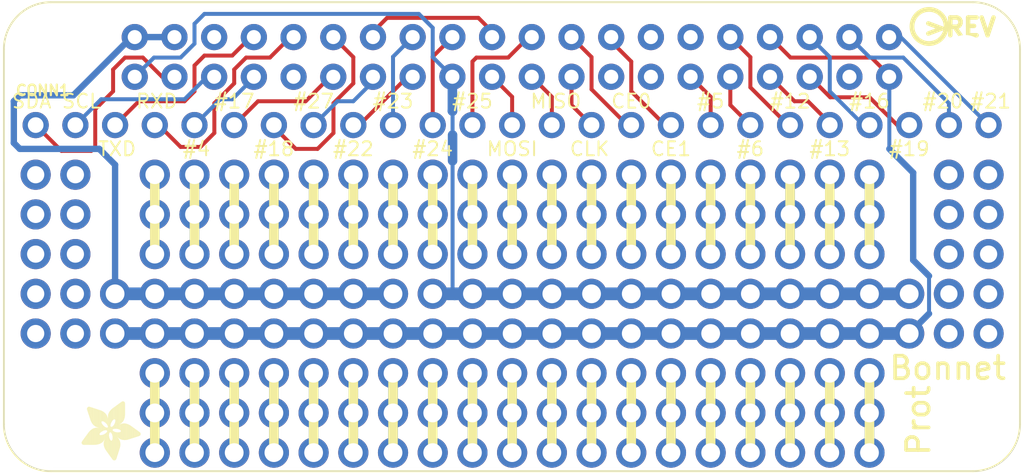
<source format=kicad_pcb>
(kicad_pcb (version 20211014) (generator pcbnew)
  (layers (0 "F.Cu" signal) (31 "B.Cu" signal) (34 "B.Paste" user) (35 "F.Paste" user) (36 "B.SilkS" user "B.Silkscreen") (37 "F.SilkS" user "F.Silkscreen") (38 "B.Mask" user) (39 "F.Mask" user) (44 "Edge.Cuts" user))
  (net 0 "")
  (net 1 "B19")
  (net 2 "B18")
  (net 3 "B17")
  (net 4 "B16")
  (net 5 "B15")
  (net 6 "B14")
  (net 7 "B12")
  (net 8 "B13")
  (net 9 "B11")
  (net 10 "B10")
  (net 11 "B8")
  (net 12 "B9")
  (net 13 "B7")
  (net 14 "B6")
  (net 15 "B5")
  (net 16 "B4")
  (net 17 "B2")
  (net 18 "B3")
  (net 19 "B1")
  (net 20 "5.0V")
  (net 21 "SDA")
  (net 22 "SCL")
  (net 23 "GPIO4")
  (net 24 "GPIO17")
  (net 25 "GPIO27")
  (net 26 "GPIO22")
  (net 27 "SPI_MOSI")
  (net 28 "SPI_MISO")
  (net 29 "SPI_SCLK")
  (net 30 "GPIO5")
  (net 31 "GPIO6")
  (net 32 "GPIO13")
  (net 33 "GPIO19")
  (net 34 "GPIO26")
  (net 35 "3.3V")
  (net 36 "GND")
  (net 37 "TXD")
  (net 38 "RXD")
  (net 39 "GPIO18")
  (net 40 "GPIO24")
  (net 41 "GPIO25")
  (net 42 "SPI_CE0")
  (net 43 "SPI_CE1")
  (net 44 "EECLK")
  (net 45 "GPIO16")
  (net 46 "GPIO20")
  (net 47 "GPIO21")
  (net 48 "GPIO23")
  (net 49 "EEDATA")
  (net 50 "GPIO12")
  (net 51 "A19")
  (net 52 "A18")
  (net 53 "A17")
  (net 54 "A16")
  (net 55 "A15")
  (net 56 "A14")
  (net 57 "A12")
  (net 58 "A13")
  (net 59 "A11")
  (net 60 "A10")
  (net 61 "A8")
  (net 62 "A9")
  (net 63 "A7")
  (net 64 "A6")
  (net 65 "A5")
  (net 66 "A4")
  (net 67 "A2")
  (net 68 "A3")
  (net 69 "A1")
  (net 70 "N$22")
  (net 71 "N$23")
  (net 72 "N$24")
  (net 73 "N$25")
  (net 74 "N$26")
  (net 75 "N$27")
  (net 76 "N$28")
  (net 77 "N$29")
  (net 78 "N$30")
  (net 79 "N$31")
  (net 80 "N$32")
  (net 81 "N$33")
  (net 82 "N$34")
  (net 83 "N$35")
  (net 84 "N$36")
  (net 85 "N$37")
  (net 86 "N$38")
  (net 87 "N$39")
  (net 88 "N$40")
  (net 89 "N$41")
  (footprint "boardEagle:PCBFEAT-REV-056" (layer "F.Cu") (at 175.182757 91.555271)
    (fp_text reference "U$3" hide)
    (fp_text value "" hide)
  )
  (footprint "boardEagle:ADAFRUIT_3.5MM" (layer "F.Cu") (at 120.953757 115.515271 -90)
    (fp_text reference "U$1" hide)
    (fp_text value "" hide)
  )
  (footprint "boardEagle:PI_BONNET_NODIM" (layer "F.Cu") (at 116.000757 120.003271)
    (fp_text reference "RPI1" hide)
    (fp_text value "RASPBERRYPI_BPLUS_BONNETNODIM" hide)
  )
  (footprint "boardEagle:1X25_ROUND_70MIL" (layer "F.Cu") (at 148.512757 97.862271)
    (fp_text reference "CONN1")
    (fp_text value "HEADER-1X25")
  )
  (gr_line (start 158.672757 101.037271) (end 158.672757 106.371271) (layer "F.SilkS") (width 0.6096))
  (gr_line (start 138.352757 113.737271) (end 138.352757 118.944271) (layer "F.SilkS") (width 0.6096))
  (gr_line (start 145.972757 113.737271) (end 145.972757 118.944271) (layer "F.SilkS") (width 0.6096))
  (gr_line (start 140.892757 101.037271) (end 140.892757 106.371271) (layer "F.SilkS") (width 0.6096))
  (gr_line (start 166.292757 113.737271) (end 166.292757 118.944271) (layer "F.SilkS") (width 0.6096))
  (gr_line (start 133.272757 101.037271) (end 133.272757 106.371271) (layer "F.SilkS") (width 0.6096))
  (gr_line (start 133.272757 113.737271) (end 133.272757 118.944271) (layer "F.SilkS") (width 0.6096))
  (gr_line (start 135.812757 113.737271) (end 135.812757 118.944271) (layer "F.SilkS") (width 0.6096))
  (gr_line (start 171.372757 113.737271) (end 171.372757 118.944271) (layer "F.SilkS") (width 0.6096))
  (gr_line (start 161.212757 113.737271) (end 161.212757 118.944271) (layer "F.SilkS") (width 0.6096))
  (gr_line (start 153.592757 101.037271) (end 153.592757 106.371271) (layer "F.SilkS") (width 0.6096))
  (gr_line (start 135.812757 101.037271) (end 135.812757 106.371271) (layer "F.SilkS") (width 0.6096))
  (gr_line (start 171.372757 101.037271) (end 171.372757 106.371271) (layer "F.SilkS") (width 0.6096))
  (gr_line (start 163.752757 101.037271) (end 163.752757 106.371271) (layer "F.SilkS") (width 0.6096))
  (gr_line (start 163.752757 113.737271) (end 163.752757 118.944271) (layer "F.SilkS") (width 0.6096))
  (gr_line (start 138.352757 101.037271) (end 138.352757 106.371271) (layer "F.SilkS") (width 0.6096))
  (gr_line (start 128.192757 101.037271) (end 128.192757 106.371271) (layer "F.SilkS") (width 0.6096))
  (gr_line (start 148.512757 113.737271) (end 148.512757 118.944271) (layer "F.SilkS") (width 0.6096))
  (gr_line (start 161.212757 101.037271) (end 161.212757 106.371271) (layer "F.SilkS") (width 0.6096))
  (gr_line (start 125.652757 113.737271) (end 125.652757 118.944271) (layer "F.SilkS") (width 0.6096))
  (gr_line (start 166.292757 101.037271) (end 166.292757 106.371271) (layer "F.SilkS") (width 0.6096))
  (gr_line (start 148.512757 101.037271) (end 148.512757 106.371271) (layer "F.SilkS") (width 0.6096))
  (gr_line (start 140.892757 113.737271) (end 140.892757 118.944271) (layer "F.SilkS") (width 0.6096))
  (gr_line (start 156.132757 101.037271) (end 156.132757 106.371271) (layer "F.SilkS") (width 0.6096))
  (gr_line (start 158.672757 113.737271) (end 158.672757 118.944271) (layer "F.SilkS") (width 0.6096))
  (gr_line (start 128.192757 113.737271) (end 128.192757 118.944271) (layer "F.SilkS") (width 0.6096))
  (gr_line (start 151.052757 113.737271) (end 151.052757 118.944271) (layer "F.SilkS") (width 0.6096))
  (gr_line (start 151.052757 101.037271) (end 151.052757 106.371271) (layer "F.SilkS") (width 0.6096))
  (gr_line (start 145.972757 101.037271) (end 145.972757 106.371271) (layer "F.SilkS") (width 0.6096))
  (gr_line (start 143.432757 113.737271) (end 143.432757 118.944271) (layer "F.SilkS") (width 0.6096))
  (gr_line (start 125.652757 101.037271) (end 125.652757 106.371271) (layer "F.SilkS") (width 0.6096))
  (gr_line (start 153.592757 113.737271) (end 153.592757 118.944271) (layer "F.SilkS") (width 0.6096))
  (gr_line (start 130.732757 113.737271) (end 130.732757 118.944271) (layer "F.SilkS") (width 0.6096))
  (gr_line (start 168.832757 101.037271) (end 168.832757 106.371271) (layer "F.SilkS") (width 0.6096))
  (gr_line (start 130.732757 101.037271) (end 130.732757 106.371271) (layer "F.SilkS") (width 0.6096))
  (gr_line (start 143.432757 101.037271) (end 143.432757 106.371271) (layer "F.SilkS") (width 0.6096))
  (gr_line (start 168.832757 113.737271) (end 168.832757 118.944271) (layer "F.SilkS") (width 0.6096))
  (gr_line (start 156.132757 113.737271) (end 156.132757 118.944271) (layer "F.SilkS") (width 0.6096))
  (gr_line (start 116.000757 117.003271) (end 116.000757 101.503271) (layer "Edge.Cuts") (width 0.05))
  (gr_arc (start 181.000757 117.003271) (mid 180.185577 119.098289) (end 178.127757 120.003271) (layer "Edge.Cuts") (width 0.05))
  (gr_arc (start 116.000757 93.003271) (mid 116.879437 90.881951) (end 119.000757 90.003271) (layer "Edge.Cuts") (width 0.05))
  (gr_arc (start 178.000757 90.003271) (mid 180.122077 90.881951) (end 181.000757 93.003271) (layer "Edge.Cuts") (width 0.05))
  (gr_line (start 181.000757 117.003271) (end 181.000757 93.003271) (layer "Edge.Cuts") (width 0.05))
  (gr_line (start 116.000757 109.003271) (end 116.000757 93.003271) (layer "Edge.Cuts") (width 0.05))
  (gr_arc (start 119.127757 120.003271) (mid 116.942937 119.150894) (end 116.000757 117.003271) (layer "Edge.Cuts") (width 0.05))
  (gr_line (start 178.000757 90.003271) (end 119.000757 90.003271) (layer "Edge.Cuts") (width 0.05))
  (gr_line (start 119.127757 120.003271) (end 178.127757 120.003271) (layer "Edge.Cuts") (width 0.05))
  (gr_text "#18" (at 133.272757 99.386271) (layer "F.SilkS") (effects (font (size 0.89408 0.89408) (thickness 0.12192))))
  (gr_text "Prot" (at 173.658757 114.372271 90) (layer "F.SilkS") (effects (font (size 1.441704 1.441704) (thickness 0.234696)) (justify right top)))
  (gr_text "#19" (at 173.912757 99.386271) (layer "F.SilkS") (effects (font (size 0.89408 0.89408) (thickness 0.12192))))
  (gr_text "Bonnet" (at 172.515757 114.245271) (layer "F.SilkS") (effects (font (size 1.441704 1.441704) (thickness 0.234696)) (justify left bottom)))
  (gr_text "#27" (at 135.812757 96.338271) (layer "F.SilkS") (effects (font (size 0.89408 0.89408) (thickness 0.12192))))
  (gr_text "#21" (at 179.119757 96.338271) (layer "F.SilkS") (effects (font (size 0.89408 0.89408) (thickness 0.12192))))
  (gr_text "SDA" (at 117.778757 96.338271) (layer "F.SilkS") (effects (font (size 0.89408 0.89408) (thickness 0.12192))))
  (gr_text "MISO" (at 151.306757 96.338271) (layer "F.SilkS") (effects (font (size 0.89408 0.89408) (thickness 0.12192))))
  (gr_text "CE0" (at 156.132757 96.338271) (layer "F.SilkS") (effects (font (size 0.89408 0.89408) (thickness 0.12192))))
  (gr_text "MOSI" (at 148.512757 99.386271) (layer "F.SilkS") (effects (font (size 0.89408 0.89408) (thickness 0.12192))))
  (gr_text "#23" (at 140.892757 96.338271) (layer "F.SilkS") (effects (font (size 0.89408 0.89408) (thickness 0.12192))))
  (gr_text "SCL" (at 120.953757 96.338271) (layer "F.SilkS") (effects (font (size 0.89408 0.89408) (thickness 0.12192))))
  (gr_text "CE1" (at 158.672757 99.386271) (layer "F.SilkS") (effects (font (size 0.89408 0.89408) (thickness 0.12192))))
  (gr_text "#22" (at 138.352757 99.386271) (layer "F.SilkS") (effects (font (size 0.89408 0.89408) (thickness 0.12192))))
  (gr_text "#24" (at 143.432757 99.386271) (layer "F.SilkS") (effects (font (size 0.89408 0.89408) (thickness 0.12192))))
  (gr_text "CLK" (at 153.465757 99.386271) (layer "F.SilkS") (effects (font (size 0.89408 0.89408) (thickness 0.12192))))
  (gr_text "#17" (at 130.732757 96.338271) (layer "F.SilkS") (effects (font (size 0.89408 0.89408) (thickness 0.12192))))
  (gr_text "#20" (at 176.071757 96.338271) (layer "F.SilkS") (effects (font (size 0.89408 0.89408) (thickness 0.12192))))
  (gr_text "TXD" (at 123.239757 99.386271) (layer "F.SilkS") (effects (font (size 0.89408 0.89408) (thickness 0.12192))))
  (gr_text "RXD" (at 125.779757 96.338271) (layer "F.SilkS") (effects (font (size 0.89408 0.89408) (thickness 0.12192))))
  (gr_text "#16" (at 171.372757 96.338271) (layer "F.SilkS") (effects (font (size 0.89408 0.89408) (thickness 0.12192))))
  (gr_text "#25" (at 145.972757 96.338271) (layer "F.SilkS") (effects (font (size 0.89408 0.89408) (thickness 0.12192))))
  (gr_text "#12" (at 166.292757 96.338271) (layer "F.SilkS") (effects (font (size 0.89408 0.89408) (thickness 0.12192))))
  (gr_text "#13" (at 168.832757 99.386271) (layer "F.SilkS") (effects (font (size 0.89408 0.89408) (thickness 0.12192))))
  (gr_text "#6" (at 163.752757 99.386271) (layer "F.SilkS") (effects (font (size 0.89408 0.89408) (thickness 0.12192))))
  (gr_text "#4" (at 128.319757 99.386271) (layer "F.SilkS") (effects (font (size 0.89408 0.89408) (thickness 0.12192))))
  (gr_text "#5" (at 161.212757 96.338271) (layer "F.SilkS") (effects (font (size 0.89408 0.89408) (thickness 0.12192))))
  (via (at 171.372757 113.737271) (size 1.9304) (drill 1.2) (layers "F.Cu" "B.Cu") (net 1))
  (via (at 171.372757 118.817271) (size 1.9304) (drill 1.2) (layers "F.Cu" "B.Cu") (net 1))
  (via (at 171.372757 116.277271) (size 1.9304) (drill 1.2) (layers "F.Cu" "B.Cu") (net 1))
  (segment (start 171.372757 116.277271) (end 171.372757 118.817271) (width 0.6096) (layer "B.Cu") (net 1))
  (segment (start 171.372757 113.737271) (end 171.372757 116.277271) (width 0.6096) (layer "B.Cu") (net 1))
  (via (at 168.832757 113.737271) (size 1.9304) (drill 1.2) (layers "F.Cu" "B.Cu") (net 2))
  (via (at 168.832757 116.277271) (size 1.9304) (drill 1.2) (layers "F.Cu" "B.Cu") (net 2))
  (via (at 168.832757 118.817271) (size 1.9304) (drill 1.2) (layers "F.Cu" "B.Cu") (net 2))
  (segment (start 168.832757 116.277271) (end 168.832757 118.817271) (width 0.6096) (layer "B.Cu") (net 2))
  (segment (start 168.832757 113.737271) (end 168.832757 116.277271) (width 0.6096) (layer "B.Cu") (net 2))
  (via (at 166.292757 116.277271) (size 1.9304) (drill 1.2) (layers "F.Cu" "B.Cu") (net 3))
  (via (at 166.292757 118.817271) (size 1.9304) (drill 1.2) (layers "F.Cu" "B.Cu") (net 3))
  (via (at 166.292757 113.737271) (size 1.9304) (drill 1.2) (layers "F.Cu" "B.Cu") (net 3))
  (segment (start 166.292757 113.737271) (end 166.292757 116.277271) (width 0.6096) (layer "B.Cu") (net 3))
  (segment (start 166.292757 116.277271) (end 166.292757 118.817271) (width 0.6096) (layer "B.Cu") (net 3))
  (via (at 163.752757 113.737271) (size 1.9304) (drill 1.2) (layers "F.Cu" "B.Cu") (net 4))
  (via (at 163.752757 116.277271) (size 1.9304) (drill 1.2) (layers "F.Cu" "B.Cu") (net 4))
  (via (at 163.752757 118.817271) (size 1.9304) (drill 1.2) (layers "F.Cu" "B.Cu") (net 4))
  (segment (start 163.752757 113.737271) (end 163.752757 116.277271) (width 0.6096) (layer "B.Cu") (net 4))
  (segment (start 163.752757 116.277271) (end 163.752757 118.817271) (width 0.6096) (layer "B.Cu") (net 4))
  (via (at 161.212757 118.817271) (size 1.9304) (drill 1.2) (layers "F.Cu" "B.Cu") (net 5))
  (via (at 161.212757 113.737271) (size 1.9304) (drill 1.2) (layers "F.Cu" "B.Cu") (net 5))
  (via (at 161.212757 116.277271) (size 1.9304) (drill 1.2) (layers "F.Cu" "B.Cu") (net 5))
  (segment (start 161.212757 113.737271) (end 161.212757 116.277271) (width 0.6096) (layer "B.Cu") (net 5))
  (segment (start 161.212757 116.277271) (end 161.212757 118.817271) (width 0.6096) (layer "B.Cu") (net 5))
  (via (at 158.672757 116.277271) (size 1.9304) (drill 1.2) (layers "F.Cu" "B.Cu") (net 6))
  (via (at 158.672757 118.817271) (size 1.9304) (drill 1.2) (layers "F.Cu" "B.Cu") (net 6))
  (via (at 158.672757 113.737271) (size 1.9304) (drill 1.2) (layers "F.Cu" "B.Cu") (net 6))
  (segment (start 158.672757 113.737271) (end 158.672757 116.277271) (width 0.6096) (layer "B.Cu") (net 6))
  (segment (start 158.672757 116.277271) (end 158.672757 118.817271) (width 0.6096) (layer "B.Cu") (net 6))
  (via (at 153.592757 113.737271) (size 1.9304) (drill 1.2) (layers "F.Cu" "B.Cu") (net 7))
  (via (at 153.592757 118.817271) (size 1.9304) (drill 1.2) (layers "F.Cu" "B.Cu") (net 7))
  (via (at 153.592757 116.277271) (size 1.9304) (drill 1.2) (layers "F.Cu" "B.Cu") (net 7))
  (segment (start 153.592757 113.737271) (end 153.592757 116.277271) (width 0.6096) (layer "B.Cu") (net 7))
  (segment (start 153.592757 116.277271) (end 153.592757 118.817271) (width 0.6096) (layer "B.Cu") (net 7))
  (via (at 156.132757 118.817271) (size 1.9304) (drill 1.2) (layers "F.Cu" "B.Cu") (net 8))
  (via (at 156.132757 116.277271) (size 1.9304) (drill 1.2) (layers "F.Cu" "B.Cu") (net 8))
  (via (at 156.132757 113.737271) (size 1.9304) (drill 1.2) (layers "F.Cu" "B.Cu") (net 8))
  (segment (start 156.132757 116.277271) (end 156.132757 118.817271) (width 0.6096) (layer "B.Cu") (net 8))
  (segment (start 156.132757 113.737271) (end 156.132757 116.277271) (width 0.6096) (layer "B.Cu") (net 8))
  (via (at 151.052757 116.277271) (size 1.9304) (drill 1.2) (layers "F.Cu" "B.Cu") (net 9))
  (via (at 151.052757 113.737271) (size 1.9304) (drill 1.2) (layers "F.Cu" "B.Cu") (net 9))
  (via (at 151.052757 118.817271) (size 1.9304) (drill 1.2) (layers "F.Cu" "B.Cu") (net 9))
  (segment (start 151.052757 116.277271) (end 151.052757 118.817271) (width 0.6096) (layer "B.Cu") (net 9))
  (segment (start 151.052757 113.737271) (end 151.052757 116.277271) (width 0.6096) (layer "B.Cu") (net 9))
  (via (at 148.512757 113.737271) (size 1.9304) (drill 1.2) (layers "F.Cu" "B.Cu") (net 10))
  (via (at 148.512757 116.277271) (size 1.9304) (drill 1.2) (layers "F.Cu" "B.Cu") (net 10))
  (via (at 148.512757 118.817271) (size 1.9304) (drill 1.2) (layers "F.Cu" "B.Cu") (net 10))
  (segment (start 148.512757 116.277271) (end 148.512757 118.817271) (width 0.6096) (layer "B.Cu") (net 10))
  (segment (start 148.512757 113.737271) (end 148.512757 116.277271) (width 0.6096) (layer "B.Cu") (net 10))
  (via (at 143.432757 116.277271) (size 1.9304) (drill 1.2) (layers "F.Cu" "B.Cu") (net 11))
  (via (at 143.432757 113.737271) (size 1.9304) (drill 1.2) (layers "F.Cu" "B.Cu") (net 11))
  (via (at 143.432757 118.817271) (size 1.9304) (drill 1.2) (layers "F.Cu" "B.Cu") (net 11))
  (segment (start 143.432757 116.277271) (end 143.432757 118.817271) (width 0.6096) (layer "B.Cu") (net 11))
  (segment (start 143.432757 113.737271) (end 143.432757 116.277271) (width 0.6096) (layer "B.Cu") (net 11))
  (via (at 145.972757 113.737271) (size 1.9304) (drill 1.2) (layers "F.Cu" "B.Cu") (net 12))
  (via (at 145.972757 118.817271) (size 1.9304) (drill 1.2) (layers "F.Cu" "B.Cu") (net 12))
  (via (at 145.972757 116.277271) (size 1.9304) (drill 1.2) (layers "F.Cu" "B.Cu") (net 12))
  (segment (start 145.972757 116.277271) (end 145.972757 118.817271) (width 0.6096) (layer "B.Cu") (net 12))
  (segment (start 145.972757 113.737271) (end 145.972757 116.277271) (width 0.6096) (layer "B.Cu") (net 12))
  (via (at 140.892757 113.737271) (size 1.9304) (drill 1.2) (layers "F.Cu" "B.Cu") (net 13))
  (via (at 140.892757 118.817271) (size 1.9304) (drill 1.2) (layers "F.Cu" "B.Cu") (net 13))
  (via (at 140.892757 116.277271) (size 1.9304) (drill 1.2) (layers "F.Cu" "B.Cu") (net 13))
  (segment (start 140.892757 116.277271) (end 140.892757 118.817271) (width 0.6096) (layer "B.Cu") (net 13))
  (segment (start 140.892757 113.737271) (end 140.892757 116.277271) (width 0.6096) (layer "B.Cu") (net 13))
  (via (at 138.352757 116.277271) (size 1.9304) (drill 1.2) (layers "F.Cu" "B.Cu") (net 14))
  (via (at 138.352757 113.737271) (size 1.9304) (drill 1.2) (layers "F.Cu" "B.Cu") (net 14))
  (via (at 138.352757 118.817271) (size 1.9304) (drill 1.2) (layers "F.Cu" "B.Cu") (net 14))
  (segment (start 138.352757 113.737271) (end 138.352757 116.277271) (width 0.6096) (layer "B.Cu") (net 14))
  (segment (start 138.352757 116.277271) (end 138.352757 118.817271) (width 0.6096) (layer "B.Cu") (net 14))
  (via (at 135.812757 113.737271) (size 1.9304) (drill 1.2) (layers "F.Cu" "B.Cu") (net 15))
  (via (at 135.812757 116.277271) (size 1.9304) (drill 1.2) (layers "F.Cu" "B.Cu") (net 15))
  (via (at 135.812757 118.817271) (size 1.9304) (drill 1.2) (layers "F.Cu" "B.Cu") (net 15))
  (segment (start 135.812757 113.737271) (end 135.812757 116.277271) (width 0.6096) (layer "B.Cu") (net 15))
  (segment (start 135.812757 116.277271) (end 135.812757 118.817271) (width 0.6096) (layer "B.Cu") (net 15))
  (via (at 133.272757 113.737271) (size 1.9304) (drill 1.2) (layers "F.Cu" "B.Cu") (net 16))
  (via (at 133.272757 118.817271) (size 1.9304) (drill 1.2) (layers "F.Cu" "B.Cu") (net 16))
  (via (at 133.272757 116.277271) (size 1.9304) (drill 1.2) (layers "F.Cu" "B.Cu") (net 16))
  (segment (start 133.272757 116.277271) (end 133.272757 118.817271) (width 0.6096) (layer "B.Cu") (net 16))
  (segment (start 133.272757 113.737271) (end 133.272757 116.277271) (width 0.6096) (layer "B.Cu") (net 16))
  (via (at 128.192757 118.817271) (size 1.9304) (drill 1.2) (layers "F.Cu" "B.Cu") (net 17))
  (via (at 128.192757 113.737271) (size 1.9304) (drill 1.2) (layers "F.Cu" "B.Cu") (net 17))
  (via (at 128.192757 116.277271) (size 1.9304) (drill 1.2) (layers "F.Cu" "B.Cu") (net 17))
  (segment (start 128.192757 116.277271) (end 128.192757 118.817271) (width 0.6096) (layer "B.Cu") (net 17))
  (segment (start 128.192757 113.737271) (end 128.192757 116.277271) (width 0.6096) (layer "B.Cu") (net 17))
  (via (at 130.732757 118.817271) (size 1.9304) (drill 1.2) (layers "F.Cu" "B.Cu") (net 18))
  (via (at 130.732757 116.277271) (size 1.9304) (drill 1.2) (layers "F.Cu" "B.Cu") (net 18))
  (via (at 130.732757 113.737271) (size 1.9304) (drill 1.2) (layers "F.Cu" "B.Cu") (net 18))
  (segment (start 130.732757 113.737271) (end 130.732757 116.277271) (width 0.6096) (layer "B.Cu") (net 18))
  (segment (start 130.732757 116.277271) (end 130.732757 118.817271) (width 0.6096) (layer "B.Cu") (net 18))
  (via (at 125.652757 118.817271) (size 1.9304) (drill 1.2) (layers "F.Cu" "B.Cu") (net 19))
  (via (at 125.652757 113.737271) (size 1.9304) (drill 1.2) (layers "F.Cu" "B.Cu") (net 19))
  (via (at 125.652757 116.277271) (size 1.9304) (drill 1.2) (layers "F.Cu" "B.Cu") (net 19))
  (segment (start 125.652757 113.737271) (end 125.652757 116.277271) (width 0.6096) (layer "B.Cu") (net 19))
  (segment (start 125.652757 116.277271) (end 125.652757 118.817271) (width 0.6096) (layer "B.Cu") (net 19))
  (via (at 133.272757 108.657271) (size 1.9304) (drill 1.2) (layers "F.Cu" "B.Cu") (net 20))
  (via (at 138.352757 108.657271) (size 1.9304) (drill 1.2) (layers "F.Cu" "B.Cu") (net 20))
  (via (at 130.732757 108.657271) (size 1.9304) (drill 1.2) (layers "F.Cu" "B.Cu") (net 20))
  (via (at 128.192757 108.657271) (size 1.9304) (drill 1.2) (layers "F.Cu" "B.Cu") (net 20))
  (via (at 125.652757 108.657271) (size 1.9304) (drill 1.2) (layers "F.Cu" "B.Cu") (net 20))
  (via (at 140.892757 108.657271) (size 1.9304) (drill 1.2) (layers "F.Cu" "B.Cu") (net 20))
  (via (at 135.812757 108.657271) (size 1.9304) (drill 1.2) (layers "F.Cu" "B.Cu") (net 20))
  (via (at 123.112757 108.657271) (size 1.9304) (drill 1.2) (layers "F.Cu" "B.Cu") (net 20))
  (segment (start 133.272757 108.657271) (end 135.812757 108.657271) (width 0.8128) (layer "B.Cu") (net 20))
  (segment (start 117.016757 99.386271) (end 116.635757 99.005271) (width 0.4064) (layer "B.Cu") (net 20))
  (segment (start 116.635757 99.005271) (end 116.635757 96.338271) (width 0.4064) (layer "B.Cu") (net 20))
  (segment (start 128.192757 108.657271) (end 130.732757 108.657271) (width 0.8128) (layer "B.Cu") (net 20))
  (segment (start 123.112757 108.657271) (end 125.652757 108.657271) (width 0.8128) (layer "B.Cu") (net 20))
  (segment (start 124.169757 92.233271) (end 124.370757 92.233271) (width 0.4064) (layer "B.Cu") (net 20))
  (segment (start 135.812757 108.657271) (end 138.352757 108.657271) (width 0.8128) (layer "B.Cu") (net 20))
  (segment (start 116.635757 96.338271) (end 117.016757 95.957271) (width 0.4064) (layer "B.Cu") (net 20))
  (segment (start 120.445757 95.957271) (end 124.169757 92.233271) (width 0.4064) (layer "B.Cu") (net 20))
  (segment (start 125.652757 108.657271) (end 128.192757 108.657271) (width 0.8128) (layer "B.Cu") (net 20))
  (segment (start 130.732757 108.657271) (end 133.272757 108.657271) (width 0.8128) (layer "B.Cu") (net 20))
  (segment (start 117.016757 95.957271) (end 120.445757 95.957271) (width 0.4064) (layer "B.Cu") (net 20))
  (segment (start 122.096757 99.386271) (end 117.016757 99.386271) (width 0.4064) (layer "B.Cu") (net 20))
  (segment (start 138.352757 108.657271) (end 140.892757 108.657271) (width 0.8128) (layer "B.Cu") (net 20))
  (segment (start 124.370757 92.233271) (end 126.910757 92.233271) (width 0.4064) (layer "B.Cu") (net 20))
  (segment (start 123.112757 100.402271) (end 122.096757 99.386271) (width 0.4064) (layer "B.Cu") (net 20))
  (segment (start 123.112757 108.657271) (end 123.112757 100.402271) (width 0.4064) (layer "B.Cu") (net 20))
  (segment (start 126.119757 94.773271) (end 126.910757 94.773271) (width 0.254) (layer "F.Cu") (net 21))
  (segment (start 118.032757 97.862271) (end 119.683757 99.513271) (width 0.254) (layer "F.Cu") (net 21))
  (segment (start 121.842757 99.259271) (end 121.842757 96.846271) (width 0.254) (layer "F.Cu") (net 21))
  (segment (start 121.588757 99.513271) (end 121.842757 99.259271) (width 0.254) (layer "F.Cu") (net 21))
  (segment (start 123.747757 93.544271) (end 124.890757 93.544271) (width 0.254) (layer "F.Cu") (net 21))
  (segment (start 122.985757 95.703271) (end 122.985757 94.306271) (width 0.254) (layer "F.Cu") (net 21))
  (segment (start 119.683757 99.513271) (end 121.588757 99.513271) (width 0.254) (layer "F.Cu") (net 21))
  (segment (start 121.842757 96.846271) (end 122.985757 95.703271) (width 0.254) (layer "F.Cu") (net 21))
  (segment (start 122.985757 94.306271) (end 123.747757 93.544271) (width 0.254) (layer "F.Cu") (net 21))
  (segment (start 124.890757 93.544271) (end 126.119757 94.773271) (width 0.254) (layer "F.Cu") (net 21))
  (segment (start 127.557757 96.211271) (end 128.995757 94.773271) (width 0.254) (layer "B.Cu") (net 22))
  (segment (start 120.572757 97.862271) (end 122.223757 96.211271) (width 0.254) (layer "B.Cu") (net 22))
  (segment (start 122.223757 96.211271) (end 127.557757 96.211271) (width 0.254) (layer "B.Cu") (net 22))
  (segment (start 128.995757 94.773271) (end 129.450757 94.773271) (width 0.254) (layer "B.Cu") (net 22))
  (segment (start 131.990757 94.826271) (end 131.990757 94.773271) (width 0.254) (layer "B.Cu") (net 23))
  (segment (start 130.605757 96.211271) (end 131.990757 94.826271) (width 0.254) (layer "B.Cu") (net 23))
  (segment (start 128.192757 97.862271) (end 129.843757 96.211271) (width 0.254) (layer "B.Cu") (net 23))
  (segment (start 129.843757 96.211271) (end 130.605757 96.211271) (width 0.254) (layer "B.Cu") (net 23))
  (segment (start 136.869757 94.773271) (end 137.070757 94.773271) (width 0.254) (layer "F.Cu") (net 24))
  (segment (start 130.732757 97.862271) (end 132.256757 96.338271) (width 0.254) (layer "F.Cu") (net 24))
  (segment (start 135.304757 96.338271) (end 136.869757 94.773271) (width 0.254) (layer "F.Cu") (net 24))
  (segment (start 132.256757 96.338271) (end 135.304757 96.338271) (width 0.254) (layer "F.Cu") (net 24))
  (segment (start 138.352757 96.338271) (end 139.610757 95.080271) (width 0.254) (layer "B.Cu") (net 25))
  (segment (start 135.812757 97.862271) (end 137.336757 96.338271) (width 0.254) (layer "B.Cu") (net 25))
  (segment (start 137.336757 96.338271) (end 138.352757 96.338271) (width 0.254) (layer "B.Cu") (net 25))
  (segment (start 139.610757 95.080271) (end 139.610757 94.773271) (width 0.254) (layer "B.Cu") (net 25))
  (segment (start 138.352757 97.862271) (end 138.733757 97.862271) (width 0.254) (layer "F.Cu") (net 26))
  (segment (start 141.822757 94.773271) (end 142.150757 94.773271) (width 0.254) (layer "F.Cu") (net 26))
  (segment (start 138.733757 97.862271) (end 141.822757 94.773271) (width 0.254) (layer "F.Cu") (net 26))
  (segment (start 147.230757 94.773271) (end 148.512757 96.055271) (width 0.254) (layer "F.Cu") (net 27))
  (segment (start 148.512757 96.055271) (end 148.512757 97.862271) (width 0.254) (layer "F.Cu") (net 27))
  (segment (start 151.052757 96.055271) (end 151.052757 97.862271) (width 0.254) (layer "F.Cu") (net 28))
  (segment (start 149.770757 94.773271) (end 151.052757 96.055271) (width 0.254) (layer "F.Cu") (net 28))
  (segment (start 152.310757 96.580271) (end 153.592757 97.862271) (width 0.254) (layer "F.Cu") (net 29))
  (segment (start 152.310757 94.773271) (end 152.310757 96.580271) (width 0.254) (layer "F.Cu") (net 29))
  (segment (start 159.930757 94.773271) (end 161.212757 96.055271) (width 0.254) (layer "F.Cu") (net 30))
  (segment (start 161.212757 96.055271) (end 161.212757 97.862271) (width 0.254) (layer "F.Cu") (net 30))
  (segment (start 162.470757 94.773271) (end 162.470757 96.580271) (width 0.254) (layer "F.Cu") (net 31))
  (segment (start 162.470757 96.580271) (end 163.752757 97.862271) (width 0.254) (layer "F.Cu") (net 31))
  (segment (start 166.575757 96.338271) (end 167.435757 96.338271) (width 0.254) (layer "F.Cu") (net 32))
  (segment (start 165.010757 94.773271) (end 166.575757 96.338271) (width 0.254) (layer "F.Cu") (net 32))
  (segment (start 168.832757 97.735271) (end 168.832757 97.862271) (width 0.254) (layer "F.Cu") (net 32))
  (segment (start 167.435757 96.338271) (end 168.832757 97.735271) (width 0.254) (layer "F.Cu") (net 32))
  (segment (start 173.150757 97.862271) (end 173.912757 97.862271) (width 0.254) (layer "F.Cu") (net 33))
  (segment (start 171.372757 96.084271) (end 173.150757 97.862271) (width 0.254) (layer "F.Cu") (net 33))
  (segment (start 167.550757 94.773271) (end 168.861757 96.084271) (width 0.254) (layer "F.Cu") (net 33))
  (segment (start 168.861757 96.084271) (end 171.372757 96.084271) (width 0.254) (layer "F.Cu") (net 33))
  (via (at 163.752757 108.657271) (size 1.9304) (drill 1.2) (layers "F.Cu" "B.Cu") (net 35))
  (via (at 166.292757 108.657271) (size 1.9304) (drill 1.2) (layers "F.Cu" "B.Cu") (net 35))
  (via (at 145.972757 108.657271) (size 1.9304) (drill 1.2) (layers "F.Cu" "B.Cu") (net 35))
  (via (at 153.592757 108.657271) (size 1.9304) (drill 1.2) (layers "F.Cu" "B.Cu") (net 35))
  (via (at 171.372757 108.657271) (size 1.9304) (drill 1.2) (layers "F.Cu" "B.Cu") (net 35))
  (via (at 158.672757 108.657271) (size 1.9304) (drill 1.2) (layers "F.Cu" "B.Cu") (net 35))
  (via (at 161.212757 108.657271) (size 1.9304) (drill 1.2) (layers "F.Cu" "B.Cu") (net 35))
  (via (at 143.432757 108.657271) (size 1.9304) (drill 1.2) (layers "F.Cu" "B.Cu") (net 35))
  (via (at 156.132757 108.657271) (size 1.9304) (drill 1.2) (layers "F.Cu" "B.Cu") (net 35))
  (via (at 148.512757 108.657271) (size 1.9304) (drill 1.2) (layers "F.Cu" "B.Cu") (net 35))
  (via (at 168.832757 108.657271) (size 1.9304) (drill 1.2) (layers "F.Cu" "B.Cu") (net 35))
  (via (at 173.912757 108.657271) (size 1.9304) (drill 1.2) (layers "F.Cu" "B.Cu") (net 35))
  (via (at 151.052757 108.657271) (size 1.9304) (drill 1.2) (layers "F.Cu" "B.Cu") (net 35))
  (segment (start 144.690757 94.773271) (end 144.690757 96.961271) (width 0.6096) (layer "B.Cu") (net 35))
  (segment (start 143.432757 93.515271) (end 144.690757 94.773271) (width 0.254) (layer "B.Cu") (net 35))
  (segment (start 156.132757 108.657271) (end 158.672757 108.657271) (width 0.8128) (layer "B.Cu") (net 35))
  (segment (start 166.292757 108.657271) (end 168.832757 108.657271) (width 0.8128) (layer "B.Cu") (net 35))
  (segment (start 161.212757 108.657271) (end 163.752757 108.657271) (width 0.8128) (layer "B.Cu") (net 35))
  (segment (start 144.690757 96.961271) (end 144.702757 96.973271) (width 0.6096) (layer "B.Cu") (net 35))
  (segment (start 127.303757 93.544271) (end 128.192757 92.655271) (width 0.254) (layer "B.Cu") (net 35))
  (segment (start 145.972757 108.657271) (end 148.512757 108.657271) (width 0.8128) (layer "B.Cu") (net 35))
  (segment (start 168.832757 108.657271) (end 171.372757 108.657271) (width 0.8128) (layer "B.Cu") (net 35))
  (segment (start 144.702757 98.497271) (end 144.702757 100.148271) (width 0.6096) (layer "B.Cu") (net 35))
  (segment (start 143.432757 91.639271) (end 143.432757 93.515271) (width 0.254) (layer "B.Cu") (net 35))
  (segment (start 128.827757 90.750271) (end 142.543757 90.750271) (width 0.254) (layer "B.Cu") (net 35))
  (segment (start 144.702757 108.530271) (end 144.829757 108.657271) (width 0.254) (layer "B.Cu") (net 35))
  (segment (start 142.543757 90.750271) (end 143.432757 91.639271) (width 0.254) (layer "B.Cu") (net 35))
  (segment (start 158.672757 108.657271) (end 161.212757 108.657271) (width 0.8128) (layer "B.Cu") (net 35))
  (segment (start 125.599757 93.544271) (end 127.303757 93.544271) (width 0.254) (layer "B.Cu") (net 35))
  (segment (start 124.370757 94.773271) (end 125.599757 93.544271) (width 0.254) (layer "B.Cu") (net 35))
  (segment (start 128.192757 92.655271) (end 128.192757 91.385271) (width 0.254) (layer "B.Cu") (net 35))
  (segment (start 151.052757 108.657271) (end 153.592757 108.657271) (width 0.8128) (layer "B.Cu") (net 35))
  (segment (start 163.752757 108.657271) (end 166.292757 108.657271) (width 0.8128) (layer "B.Cu") (net 35))
  (segment (start 144.702757 96.973271) (end 144.702757 98.497271) (width 0.254) (layer "B.Cu") (net 35))
  (segment (start 143.432757 108.657271) (end 144.829757 108.657271) (width 0.8128) (layer "B.Cu") (net 35))
  (segment (start 144.702757 100.148271) (end 144.702757 108.530271) (width 0.254) (layer "B.Cu") (net 35))
  (segment (start 153.592757 108.657271) (end 156.132757 108.657271) (width 0.8128) (layer "B.Cu") (net 35))
  (segment (start 148.512757 108.657271) (end 151.052757 108.657271) (width 0.8128) (layer "B.Cu") (net 35))
  (segment (start 144.829757 108.657271) (end 145.972757 108.657271) (width 0.8128) (layer "B.Cu") (net 35))
  (segment (start 128.192757 91.385271) (end 128.827757 90.750271) (width 0.254) (layer "B.Cu") (net 35))
  (segment (start 171.372757 108.657271) (end 173.912757 108.657271) (width 0.8128) (layer "B.Cu") (net 35))
  (segment (start 165.010757 92.233271) (end 166.321757 93.544271) (width 0.254) (layer "F.Cu") (net 36))
  (segment (start 146.353757 91.004271) (end 147.230757 91.881271) (width 0.254) (layer "F.Cu") (net 36))
  (segment (start 139.610757 91.905271) (end 140.511757 91.004271) (width 0.254) (layer "F.Cu") (net 36))
  (segment (start 140.511757 91.004271) (end 146.353757 91.004271) (width 0.254) (layer "F.Cu") (net 36))
  (segment (start 172.630757 94.675271) (end 172.630757 94.773271) (width 0.254) (layer "F.Cu") (net 36))
  (segment (start 171.499757 93.544271) (end 172.630757 94.675271) (width 0.254) (layer "F.Cu") (net 36))
  (segment (start 166.321757 93.544271) (end 171.499757 93.544271) (width 0.254) (layer "F.Cu") (net 36))
  (segment (start 139.610757 92.233271) (end 139.610757 91.905271) (width 0.254) (layer "F.Cu") (net 36))
  (segment (start 147.230757 91.881271) (end 147.230757 92.233271) (width 0.254) (layer "F.Cu") (net 36))
  (via (at 168.832757 111.197271) (size 1.9304) (drill 1.2) (layers "F.Cu" "B.Cu") (net 36))
  (via (at 125.652757 111.197271) (size 1.9304) (drill 1.2) (layers "F.Cu" "B.Cu") (net 36))
  (via (at 138.352757 111.197271) (size 1.9304) (drill 1.2) (layers "F.Cu" "B.Cu") (net 36))
  (via (at 153.592757 111.197271) (size 1.9304) (drill 1.2) (layers "F.Cu" "B.Cu") (net 36))
  (via (at 173.912757 111.197271) (size 1.9304) (drill 1.2) (layers "F.Cu" "B.Cu") (net 36))
  (via (at 171.372757 111.197271) (size 1.9304) (drill 1.2) (layers "F.Cu" "B.Cu") (net 36))
  (via (at 148.512757 111.197271) (size 1.9304) (drill 1.2) (layers "F.Cu" "B.Cu") (net 36))
  (via (at 166.292757 111.197271) (size 1.9304) (drill 1.2) (layers "F.Cu" "B.Cu") (net 36))
  (via (at 140.892757 111.197271) (size 1.9304) (drill 1.2) (layers "F.Cu" "B.Cu") (net 36))
  (via (at 158.672757 111.197271) (size 1.9304) (drill 1.2) (layers "F.Cu" "B.Cu") (net 36))
  (via (at 161.212757 111.197271) (size 1.9304) (drill 1.2) (layers "F.Cu" "B.Cu") (net 36))
  (via (at 163.752757 111.197271) (size 1.9304) (drill 1.2) (layers "F.Cu" "B.Cu") (net 36))
  (via (at 151.052757 111.197271) (size 1.9304) (drill 1.2) (layers "F.Cu" "B.Cu") (net 36))
  (via (at 156.132757 111.197271) (size 1.9304) (drill 1.2) (layers "F.Cu" "B.Cu") (net 36))
  (via (at 135.812757 111.197271) (size 1.9304) (drill 1.2) (layers "F.Cu" "B.Cu") (net 36))
  (via (at 133.272757 111.197271) (size 1.9304) (drill 1.2) (layers "F.Cu" "B.Cu") (net 36))
  (via (at 128.192757 111.197271) (size 1.9304) (drill 1.2) (layers "F.Cu" "B.Cu") (net 36))
  (via (at 143.432757 111.197271) (size 1.9304) (drill 1.2) (layers "F.Cu" "B.Cu") (net 36))
  (via (at 123.112757 111.197271) (size 1.9304) (drill 1.2) (layers "F.Cu" "B.Cu") (net 36))
  (via (at 145.972757 111.197271) (size 1.9304) (drill 1.2) (layers "F.Cu" "B.Cu") (net 36))
  (via (at 130.732757 111.197271) (size 1.9304) (drill 1.2) (layers "F.Cu" "B.Cu") (net 36))
  (segment (start 172.630757 94.773271) (end 172.642757 94.785271) (width 0.254) (layer "B.Cu") (net 36))
  (segment (start 145.972757 111.197271) (end 143.432757 111.197271) (width 0.8128) (layer "B.Cu") (net 36))
  (segment (start 172.642757 99.386271) (end 174.166757 100.910271) (width 0.4064) (layer "B.Cu") (net 36))
  (segment (start 174.166757 106.498271) (end 175.182757 107.514271) (width 0.4064) (layer "B.Cu") (net 36))
  (segment (start 174.166757 100.910271) (end 174.166757 106.498271) (width 0.4064) (layer "B.Cu") (net 36))
  (segment (start 135.812757 111.197271) (end 133.272757 111.197271) (width 0.8128) (layer "B.Cu") (net 36))
  (segment (start 161.212757 111.197271) (end 158.672757 111.197271) (width 0.8128) (layer "B.Cu") (net 36))
  (segment (start 171.372757 111.197271) (end 168.832757 111.197271) (width 0.8128) (layer "B.Cu") (net 36))
  (segment (start 130.732757 111.197271) (end 128.192757 111.197271) (width 0.8128) (layer "B.Cu") (net 36))
  (segment (start 172.642757 94.785271) (end 172.642757 99.386271) (width 0.254) (layer "B.Cu") (net 36))
  (segment (start 148.512757 111.197271) (end 151.052757 111.197271) (width 0.8128) (layer "B.Cu") (net 36))
  (segment (start 153.592757 111.197271) (end 151.052757 111.197271) (width 0.8128) (layer "B.Cu") (net 36))
  (segment (start 163.752757 111.197271) (end 161.212757 111.197271) (width 0.8128) (layer "B.Cu") (net 36))
  (segment (start 125.652757 111.197271) (end 123.112757 111.197271) (width 0.8128) (layer "B.Cu") (net 36))
  (segment (start 158.672757 111.197271) (end 156.132757 111.197271) (width 0.8128) (layer "B.Cu") (net 36))
  (segment (start 140.892757 111.197271) (end 138.352757 111.197271) (width 0.8128) (layer "B.Cu") (net 36))
  (segment (start 128.192757 111.197271) (end 125.652757 111.197271) (width 0.8128) (layer "B.Cu") (net 36))
  (segment (start 173.912757 111.197271) (end 171.372757 111.197271) (width 0.8128) (layer "B.Cu") (net 36))
  (segment (start 148.512757 111.197271) (end 145.972757 111.197271) (width 0.8128) (layer "B.Cu") (net 36))
  (segment (start 166.292757 111.197271) (end 163.752757 111.197271) (width 0.8128) (layer "B.Cu") (net 36))
  (segment (start 138.352757 111.197271) (end 135.812757 111.197271) (width 0.8128) (layer "B.Cu") (net 36))
  (segment (start 168.832757 111.197271) (end 166.292757 111.197271) (width 0.8128) (layer "B.Cu") (net 36))
  (segment (start 175.182757 107.514271) (end 175.182757 109.927271) (width 0.254) (layer "B.Cu") (net 36))
  (segment (start 133.272757 111.197271) (end 130.732757 111.197271) (width 0.8128) (layer "B.Cu") (net 36))
  (segment (start 143.432757 111.197271) (end 140.892757 111.197271) (width 0.8128) (layer "B.Cu") (net 36))
  (segment (start 175.182757 109.927271) (end 173.912757 111.197271) (width 0.4064) (layer "B.Cu") (net 36))
  (segment (start 156.132757 111.197271) (end 153.592757 111.197271) (width 0.8128) (layer "B.Cu") (net 36))
  (segment (start 124.636757 96.338271) (end 123.112757 97.862271) (width 0.254) (layer "F.Cu") (net 37))
  (segment (start 130.605757 93.417271) (end 131.789757 92.233271) (width 0.254) (layer "F.Cu") (net 37))
  (segment (start 127.557757 96.338271) (end 124.636757 96.338271) (width 0.254) (layer "F.Cu") (net 37))
  (segment (start 128.827757 93.417271) (end 130.605757 93.417271) (width 0.254) (layer "F.Cu") (net 37))
  (segment (start 128.192757 94.052271) (end 128.827757 93.417271) (width 0.254) (layer "F.Cu") (net 37))
  (segment (start 128.192757 95.703271) (end 128.192757 94.052271) (width 0.254) (layer "F.Cu") (net 37))
  (segment (start 131.789757 92.233271) (end 131.990757 92.233271) (width 0.254) (layer "F.Cu") (net 37))
  (segment (start 127.557757 96.338271) (end 128.192757 95.703271) (width 0.254) (layer "F.Cu") (net 37))
  (segment (start 134.329757 92.233271) (end 134.530757 92.233271) (width 0.254) (layer "F.Cu") (net 38))
  (segment (start 131.494757 93.544271) (end 133.018757 93.544271) (width 0.254) (layer "F.Cu") (net 38))
  (segment (start 130.732757 95.195271) (end 130.732757 94.306271) (width 0.254) (layer "F.Cu") (net 38))
  (segment (start 133.018757 93.544271) (end 134.329757 92.233271) (width 0.254) (layer "F.Cu") (net 38))
  (segment (start 128.573757 99.259271) (end 127.303757 99.259271) (width 0.254) (layer "F.Cu") (net 38))
  (segment (start 127.303757 99.259271) (end 125.906757 97.862271) (width 0.254) (layer "F.Cu") (net 38))
  (segment (start 125.906757 97.862271) (end 125.652757 97.862271) (width 0.254) (layer "F.Cu") (net 38))
  (segment (start 129.462757 98.370271) (end 128.573757 99.259271) (width 0.254) (layer "F.Cu") (net 38))
  (segment (start 130.732757 95.195271) (end 129.462757 96.465271) (width 0.254) (layer "F.Cu") (net 38))
  (segment (start 129.462757 96.465271) (end 129.462757 98.370271) (width 0.254) (layer "F.Cu") (net 38))
  (segment (start 130.732757 94.306271) (end 131.494757 93.544271) (width 0.254) (layer "F.Cu") (net 38))
  (segment (start 138.352757 95.195271) (end 137.082757 96.465271) (width 0.254) (layer "F.Cu") (net 39))
  (segment (start 138.352757 93.515271) (end 138.352757 95.195271) (width 0.254) (layer "F.Cu") (net 39))
  (segment (start 137.070757 92.233271) (end 138.352757 93.515271) (width 0.254) (layer "F.Cu") (net 39))
  (segment (start 137.082757 98.370271) (end 136.066757 99.386271) (width 0.254) (layer "F.Cu") (net 39))
  (segment (start 134.669757 99.386271) (end 133.272757 97.989271) (width 0.254) (layer "F.Cu") (net 39))
  (segment (start 137.082757 96.465271) (end 137.082757 98.370271) (width 0.254) (layer "F.Cu") (net 39))
  (segment (start 133.272757 97.989271) (end 133.272757 97.862271) (width 0.254) (layer "F.Cu") (net 39))
  (segment (start 136.066757 99.386271) (end 134.669757 99.386271) (width 0.254) (layer "F.Cu") (net 39))
  (segment (start 143.432757 97.862271) (end 143.432757 93.491271) (width 0.254) (layer "F.Cu") (net 40))
  (segment (start 143.432757 93.491271) (end 144.690757 92.233271) (width 0.254) (layer "F.Cu") (net 40))
  (segment (start 148.258757 93.544271) (end 149.569757 92.233271) (width 0.254) (layer "F.Cu") (net 41))
  (segment (start 145.972757 97.862271) (end 145.972757 93.798271) (width 0.254) (layer "F.Cu") (net 41))
  (segment (start 145.972757 93.798271) (end 146.226757 93.544271) (width 0.254) (layer "F.Cu") (net 41))
  (segment (start 149.569757 92.233271) (end 149.770757 92.233271) (width 0.254) (layer "F.Cu") (net 41))
  (segment (start 146.226757 93.544271) (end 148.258757 93.544271) (width 0.254) (layer "F.Cu") (net 41))
  (segment (start 155.878757 97.862271) (end 156.132757 97.862271) (width 0.254) (layer "F.Cu") (net 42))
  (segment (start 153.592757 95.576271) (end 155.878757 97.862271) (width 0.254) (layer "F.Cu") (net 42))
  (segment (start 153.592757 93.515271) (end 153.592757 95.576271) (width 0.254) (layer "F.Cu") (net 42))
  (segment (start 152.310757 92.233271) (end 153.592757 93.515271) (width 0.254) (layer "F.Cu") (net 42))
  (segment (start 154.850757 92.516271) (end 156.132757 93.798271) (width 0.254) (layer "F.Cu") (net 43))
  (segment (start 156.132757 95.703271) (end 158.291757 97.862271) (width 0.254) (layer "F.Cu") (net 43))
  (segment (start 154.850757 92.233271) (end 154.850757 92.516271) (width 0.254) (layer "F.Cu") (net 43))
  (segment (start 156.132757 93.798271) (end 156.132757 95.703271) (width 0.254) (layer "F.Cu") (net 43))
  (segment (start 158.291757 97.862271) (end 158.672757 97.862271) (width 0.254) (layer "F.Cu") (net 43))
  (segment (start 170.991757 97.862271) (end 171.372757 97.862271) (width 0.254) (layer "B.Cu") (net 45))
  (segment (start 168.832757 95.703271) (end 170.991757 97.862271) (width 0.254) (layer "B.Cu") (net 45))
  (segment (start 167.550757 92.233271) (end 168.832757 93.515271) (width 0.254) (layer "B.Cu") (net 45))
  (segment (start 168.832757 93.515271) (end 168.832757 95.703271) (width 0.254) (layer "B.Cu") (net 45))
  (segment (start 173.531757 93.544271) (end 176.452757 96.465271) (width 0.254) (layer "B.Cu") (net 46))
  (segment (start 170.090757 92.233271) (end 171.401757 93.544271) (width 0.254) (layer "B.Cu") (net 46))
  (segment (start 176.452757 96.465271) (end 176.452757 97.862271) (width 0.254) (layer "B.Cu") (net 46))
  (segment (start 171.401757 93.544271) (end 173.531757 93.544271) (width 0.254) (layer "B.Cu") (net 46))
  (segment (start 173.363757 92.233271) (end 178.992757 97.862271) (width 0.254) (layer "B.Cu") (net 47))
  (segment (start 172.630757 92.233271) (end 173.363757 92.233271) (width 0.254) (layer "B.Cu") (net 47))
  (segment (start 140.892757 93.491271) (end 140.892757 97.862271) (width 0.254) (layer "B.Cu") (net 48))
  (segment (start 142.150757 92.233271) (end 140.892757 93.491271) (width 0.254) (layer "B.Cu") (net 48))
  (segment (start 166.165757 97.862271) (end 166.292757 97.862271) (width 0.254) (layer "F.Cu") (net 50))
  (segment (start 162.470757 92.233271) (end 163.752757 93.515271) (width 0.254) (layer "F.Cu") (net 50))
  (segment (start 163.752757 95.449271) (end 166.165757 97.862271) (width 0.254) (layer "F.Cu") (net 50))
  (segment (start 163.752757 93.515271) (end 163.752757 95.449271) (width 0.254) (layer "F.Cu") (net 50))
  (via (at 171.372757 106.117271) (size 1.9304) (drill 1.2) (layers "F.Cu" "B.Cu") (net 51))
  (via (at 171.372757 103.577271) (size 1.9304) (drill 1.2) (layers "F.Cu" "B.Cu") (net 51))
  (via (at 171.372757 101.037271) (size 1.9304) (drill 1.2) (layers "F.Cu" "B.Cu") (net 51))
  (segment (start 171.372757 103.577271) (end 171.372757 106.117271) (width 0.6096) (layer "B.Cu") (net 51))
  (segment (start 171.372757 101.037271) (end 171.372757 103.577271) (width 0.6096) (layer "B.Cu") (net 51))
  (via (at 168.832757 103.577271) (size 1.9304) (drill 1.2) (layers "F.Cu" "B.Cu") (net 52))
  (via (at 168.832757 106.117271) (size 1.9304) (drill 1.2) (layers "F.Cu" "B.Cu") (net 52))
  (via (at 168.832757 101.037271) (size 1.9304) (drill 1.2) (layers "F.Cu" "B.Cu") (net 52))
  (segment (start 168.832757 103.577271) (end 168.832757 106.117271) (width 0.6096) (layer "B.Cu") (net 52))
  (segment (start 168.832757 101.037271) (end 168.832757 103.577271) (width 0.6096) (layer "B.Cu") (net 52))
  (via (at 166.292757 101.037271) (size 1.9304) (drill 1.2) (layers "F.Cu" "B.Cu") (net 53))
  (via (at 166.292757 103.577271) (size 1.9304) (drill 1.2) (layers "F.Cu" "B.Cu") (net 53))
  (via (at 166.292757 106.117271) (size 1.9304) (drill 1.2) (layers "F.Cu" "B.Cu") (net 53))
  (segment (start 166.292757 103.577271) (end 166.292757 106.117271) (width 0.6096) (layer "B.Cu") (net 53))
  (segment (start 166.292757 101.037271) (end 166.292757 103.577271) (width 0.6096) (layer "B.Cu") (net 53))
  (via (at 163.752757 106.117271) (size 1.9304) (drill 1.2) (layers "F.Cu" "B.Cu") (net 54))
  (via (at 163.752757 101.037271) (size 1.9304) (drill 1.2) (layers "F.Cu" "B.Cu") (net 54))
  (via (at 163.752757 103.577271) (size 1.9304) (drill 1.2) (layers "F.Cu" "B.Cu") (net 54))
  (segment (start 163.752757 103.577271) (end 163.752757 106.117271) (width 0.6096) (layer "B.Cu") (net 54))
  (segment (start 163.752757 101.037271) (end 163.752757 103.577271) (width 0.6096) (layer "B.Cu") (net 54))
  (via (at 161.212757 106.117271) (size 1.9304) (drill 1.2) (layers "F.Cu" "B.Cu") (net 55))
  (via (at 161.212757 101.037271) (size 1.9304) (drill 1.2) (layers "F.Cu" "B.Cu") (net 55))
  (via (at 161.212757 103.577271) (size 1.9304) (drill 1.2) (layers "F.Cu" "B.Cu") (net 55))
  (segment (start 161.212757 103.577271) (end 161.212757 106.117271) (width 0.6096) (layer "B.Cu") (net 55))
  (segment (start 161.212757 101.037271) (end 161.212757 103.577271) (width 0.6096) (layer "B.Cu") (net 55))
  (via (at 158.672757 106.117271) (size 1.9304) (drill 1.2) (layers "F.Cu" "B.Cu") (net 56))
  (via (at 158.672757 103.577271) (size 1.9304) (drill 1.2) (layers "F.Cu" "B.Cu") (net 56))
  (via (at 158.672757 101.037271) (size 1.9304) (drill 1.2) (layers "F.Cu" "B.Cu") (net 56))
  (segment (start 158.672757 103.577271) (end 158.672757 106.117271) (width 0.6096) (layer "B.Cu") (net 56))
  (segment (start 158.672757 101.037271) (end 158.672757 103.577271) (width 0.6096) (layer "B.Cu") (net 56))
  (via (at 153.592757 103.577271) (size 1.9304) (drill 1.2) (layers "F.Cu" "B.Cu") (net 57))
  (via (at 153.592757 101.037271) (size 1.9304) (drill 1.2) (layers "F.Cu" "B.Cu") (net 57))
  (via (at 153.592757 106.117271) (size 1.9304) (drill 1.2) (layers "F.Cu" "B.Cu") (net 57))
  (segment (start 153.592757 101.037271) (end 153.592757 103.577271) (width 0.6096) (layer "B.Cu") (net 57))
  (segment (start 153.592757 103.577271) (end 153.592757 106.117271) (width 0.6096) (layer "B.Cu") (net 57))
  (via (at 156.132757 106.117271) (size 1.9304) (drill 1.2) (layers "F.Cu" "B.Cu") (net 58))
  (via (at 156.132757 103.577271) (size 1.9304) (drill 1.2) (layers "F.Cu" "B.Cu") (net 58))
  (via (at 156.132757 101.037271) (size 1.9304) (drill 1.2) (layers "F.Cu" "B.Cu") (net 58))
  (segment (start 156.132757 101.037271) (end 156.132757 103.577271) (width 0.6096) (layer "B.Cu") (net 58))
  (segment (start 156.132757 103.577271) (end 156.132757 106.117271) (width 0.6096) (layer "B.Cu") (net 58))
  (via (at 151.052757 103.577271) (size 1.9304) (drill 1.2) (layers "F.Cu" "B.Cu") (net 59))
  (via (at 151.052757 101.037271) (size 1.9304) (drill 1.2) (layers "F.Cu" "B.Cu") (net 59))
  (via (at 151.052757 106.117271) (size 1.9304) (drill 1.2) (layers "F.Cu" "B.Cu") (net 59))
  (segment (start 151.052757 103.577271) (end 151.052757 106.117271) (width 0.6096) (layer "B.Cu") (net 59))
  (segment (start 151.052757 101.037271) (end 151.052757 103.577271) (width 0.6096) (layer "B.Cu") (net 59))
  (via (at 148.512757 106.117271) (size 1.9304) (drill 1.2) (layers "F.Cu" "B.Cu") (net 60))
  (via (at 148.512757 103.577271) (size 1.9304) (drill 1.2) (layers "F.Cu" "B.Cu") (net 60))
  (via (at 148.512757 101.037271) (size 1.9304) (drill 1.2) (layers "F.Cu" "B.Cu") (net 60))
  (segment (start 148.512757 101.037271) (end 148.512757 103.577271) (width 0.6096) (layer "B.Cu") (net 60))
  (segment (start 148.512757 103.577271) (end 148.512757 106.117271) (width 0.6096) (layer "B.Cu") (net 60))
  (via (at 143.432757 103.577271) (size 1.9304) (drill 1.2) (layers "F.Cu" "B.Cu") (net 61))
  (via (at 143.432757 106.117271) (size 1.9304) (drill 1.2) (layers "F.Cu" "B.Cu") (net 61))
  (via (at 143.432757 101.037271) (size 1.9304) (drill 1.2) (layers "F.Cu" "B.Cu") (net 61))
  (segment (start 143.432757 101.037271) (end 143.432757 103.577271) (width 0.6096) (layer "B.Cu") (net 61))
  (segment (start 143.432757 103.577271) (end 143.432757 106.117271) (width 0.6096) (layer "B.Cu") (net 61))
  (via (at 145.972757 106.117271) (size 1.9304) (drill 1.2) (layers "F.Cu" "B.Cu") (net 62))
  (via (at 145.972757 101.037271) (size 1.9304) (drill 1.2) (layers "F.Cu" "B.Cu") (net 62))
  (via (at 145.972757 103.577271) (size 1.9304) (drill 1.2) (layers "F.Cu" "B.Cu") (net 62))
  (segment (start 145.972757 103.577271) (end 145.972757 106.117271) (width 0.6096) (layer "B.Cu") (net 62))
  (segment (start 145.972757 101.037271) (end 145.972757 103.577271) (width 0.6096) (layer "B.Cu") (net 62))
  (via (at 140.892757 106.117271) (size 1.9304) (drill 1.2) (layers "F.Cu" "B.Cu") (net 63))
  (via (at 140.892757 101.037271) (size 1.9304) (drill 1.2) (layers "F.Cu" "B.Cu") (net 63))
  (via (at 140.892757 103.577271) (size 1.9304) (drill 1.2) (layers "F.Cu" "B.Cu") (net 63))
  (segment (start 140.892757 103.577271) (end 140.892757 106.117271) (width 0.6096) (layer "B.Cu") (net 63))
  (segment (start 140.892757 101.037271) (end 140.892757 103.577271) (width 0.6096) (layer "B.Cu") (net 63))
  (via (at 138.352757 106.117271) (size 1.9304) (drill 1.2) (layers "F.Cu" "B.Cu") (net 64))
  (via (at 138.352757 103.577271) (size 1.9304) (drill 1.2) (layers "F.Cu" "B.Cu") (net 64))
  (via (at 138.352757 101.037271) (size 1.9304) (drill 1.2) (layers "F.Cu" "B.Cu") (net 64))
  (segment (start 138.352757 103.577271) (end 138.352757 106.117271) (width 0.6096) (layer "B.Cu") (net 64))
  (segment (start 138.352757 101.037271) (end 138.352757 103.577271) (width 0.6096) (layer "B.Cu") (net 64))
  (via (at 135.812757 101.037271) (size 1.9304) (drill 1.2) (layers "F.Cu" "B.Cu") (net 65))
  (via (at 135.812757 106.117271) (size 1.9304) (drill 1.2) (layers "F.Cu" "B.Cu") (net 65))
  (via (at 135.812757 103.577271) (size 1.9304) (drill 1.2) (layers "F.Cu" "B.Cu") (net 65))
  (segment (start 135.812757 101.037271) (end 135.812757 103.577271) (width 0.6096) (layer "B.Cu") (net 65))
  (segment (start 135.812757 103.577271) (end 135.812757 106.117271) (width 0.6096) (layer "B.Cu") (net 65))
  (via (at 133.272757 106.117271) (size 1.9304) (drill 1.2) (layers "F.Cu" "B.Cu") (net 66))
  (via (at 133.272757 103.577271) (size 1.9304) (drill 1.2) (layers "F.Cu" "B.Cu") (net 66))
  (via (at 133.272757 101.037271) (size 1.9304) (drill 1.2) (layers "F.Cu" "B.Cu") (net 66))
  (segment (start 133.272757 103.577271) (end 133.272757 106.117271) (width 0.6096) (layer "B.Cu") (net 66))
  (segment (start 133.272757 101.037271) (end 133.272757 103.577271) (width 0.6096) (layer "B.Cu") (net 66))
  (via (at 128.192757 106.117271) (size 1.9304) (drill 1.2) (layers "F.Cu" "B.Cu") (net 67))
  (via (at 128.192757 101.037271) (size 1.9304) (drill 1.2) (layers "F.Cu" "B.Cu") (net 67))
  (via (at 128.192757 103.577271) (size 1.9304) (drill 1.2) (layers "F.Cu" "B.Cu") (net 67))
  (segment (start 128.192757 103.577271) (end 128.192757 106.117271) (width 0.6096) (layer "B.Cu") (net 67))
  (segment (start 128.192757 101.037271) (end 128.192757 103.577271) (width 0.6096) (layer "B.Cu") (net 67))
  (via (at 130.732757 103.577271) (size 1.9304) (drill 1.2) (layers "F.Cu" "B.Cu") (net 68))
  (via (at 130.732757 101.037271) (size 1.9304) (drill 1.2) (layers "F.Cu" "B.Cu") (net 68))
  (via (at 130.732757 106.117271) (size 1.9304) (drill 1.2) (layers "F.Cu" "B.Cu") (net 68))
  (segment (start 130.732757 101.037271) (end 130.732757 103.577271) (width 0.6096) (layer "B.Cu") (net 68))
  (segment (start 130.732757 103.577271) (end 130.732757 106.117271) (width 0.6096) (layer "B.Cu") (net 68))
  (via (at 125.652757 103.577271) (size 1.9304) (drill 1.2) (layers "F.Cu" "B.Cu") (net 69))
  (via (at 125.652757 106.117271) (size 1.9304) (drill 1.2) (layers "F.Cu" "B.Cu") (net 69))
  (via (at 125.652757 101.037271) (size 1.9304) (drill 1.2) (layers "F.Cu" "B.Cu") (net 69))
  (segment (start 125.652757 101.037271) (end 125.652757 103.577271) (width 0.6096) (layer "B.Cu") (net 69))
  (segment (start 125.652757 103.577271) (end 125.652757 106.117271) (width 0.6096) (layer "B.Cu") (net 69))
  (via (at 120.572757 101.037271) (size 1.9304) (drill 1.1) (layers "F.Cu" "B.Cu") (net 70))
  (via (at 118.032757 101.037271) (size 1.9304) (drill 1.1) (layers "F.Cu" "B.Cu") (net 71))
  (via (at 118.032757 103.577271) (size 1.9304) (drill 1.1) (layers "F.Cu" "B.Cu") (net 72))
  (via (at 120.572757 103.577271) (size 1.9304) (drill 1.1) (layers "F.Cu" "B.Cu") (net 73))
  (via (at 120.572757 106.117271) (size 1.9304) (drill 1.1) (layers "F.Cu" "B.Cu") (net 74))
  (via (at 118.032757 106.117271) (size 1.9304) (drill 1.1) (layers "F.Cu" "B.Cu") (net 75))
  (via (at 118.032757 108.657271) (size 1.9304) (drill 1.1) (layers "F.Cu" "B.Cu") (net 76))
  (via (at 120.572757 108.657271) (size 1.9304) (drill 1.1) (layers "F.Cu" "B.Cu") (net 77))
  (via (at 120.572757 111.197271) (size 1.9304) (drill 1.1) (layers "F.Cu" "B.Cu") (net 78))
  (via (at 118.032757 111.197271) (size 1.9304) (drill 1.1) (layers "F.Cu" "B.Cu") (net 79))
  (via (at 178.992757 101.037271) (size 1.9304) (drill 1.1) (layers "F.Cu" "B.Cu") (net 80))
  (via (at 176.452757 101.037271) (size 1.9304) (drill 1.1) (layers "F.Cu" "B.Cu") (net 81))
  (via (at 176.452757 103.577271) (size 1.9304) (drill 1.1) (layers "F.Cu" "B.Cu") (net 82))
  (via (at 178.992757 103.577271) (size 1.9304) (drill 1.1) (layers "F.Cu" "B.Cu") (net 83))
  (via (at 178.992757 106.117271) (size 1.9304) (drill 1.1) (layers "F.Cu" "B.Cu") (net 84))
  (via (at 176.452757 106.117271) (size 1.9304) (drill 1.1) (layers "F.Cu" "B.Cu") (net 85))
  (via (at 176.452757 108.657271) (size 1.9304) (drill 1.1) (layers "F.Cu" "B.Cu") (net 86))
  (via (at 178.992757 108.657271) (size 1.9304) (drill 1.1) (layers "F.Cu" "B.Cu") (net 87))
  (via (at 178.992757 111.197271) (size 1.9304) (drill 1.1) (layers "F.Cu" "B.Cu") (net 88))
  (via (at 176.452757 111.197271) (size 1.9304) (drill 1.1) (layers "F.Cu" "B.Cu") (net 89))
)
</source>
